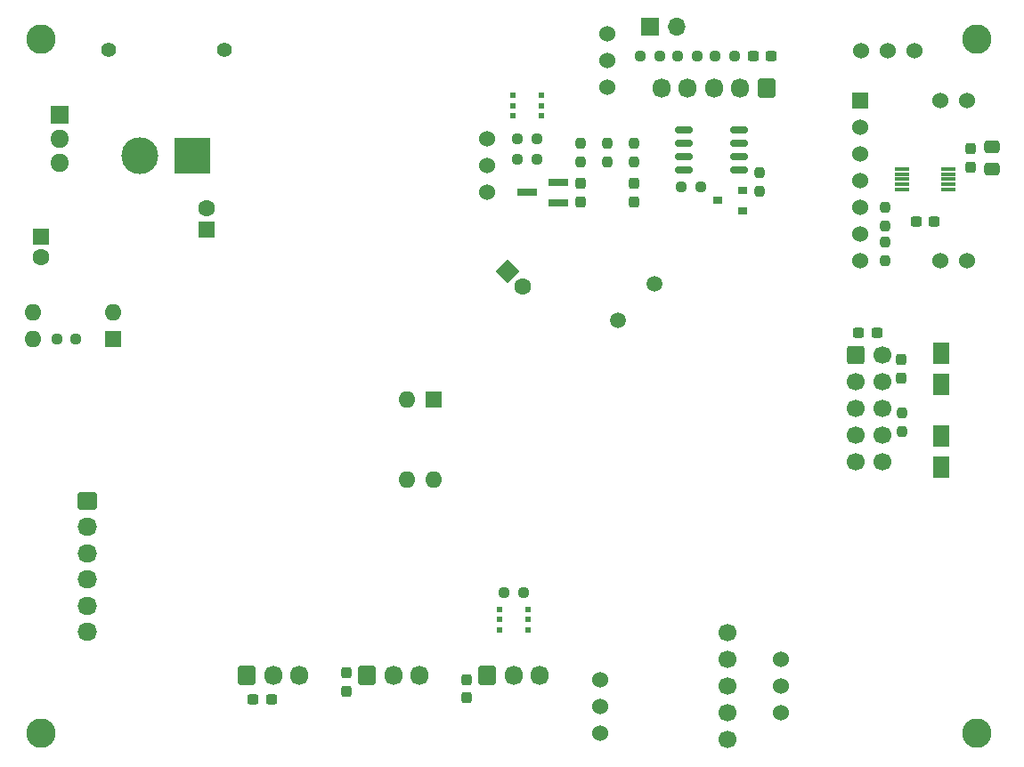
<source format=gbr>
%TF.GenerationSoftware,KiCad,Pcbnew,(6.0.7)*%
%TF.CreationDate,2023-06-24T17:20:50+09:00*%
%TF.ProjectId,motordriver,6d6f746f-7264-4726-9976-65722e6b6963,rev?*%
%TF.SameCoordinates,Original*%
%TF.FileFunction,Soldermask,Bot*%
%TF.FilePolarity,Negative*%
%FSLAX46Y46*%
G04 Gerber Fmt 4.6, Leading zero omitted, Abs format (unit mm)*
G04 Created by KiCad (PCBNEW (6.0.7)) date 2023-06-24 17:20:50*
%MOMM*%
%LPD*%
G01*
G04 APERTURE LIST*
G04 Aperture macros list*
%AMRoundRect*
0 Rectangle with rounded corners*
0 $1 Rounding radius*
0 $2 $3 $4 $5 $6 $7 $8 $9 X,Y pos of 4 corners*
0 Add a 4 corners polygon primitive as box body*
4,1,4,$2,$3,$4,$5,$6,$7,$8,$9,$2,$3,0*
0 Add four circle primitives for the rounded corners*
1,1,$1+$1,$2,$3*
1,1,$1+$1,$4,$5*
1,1,$1+$1,$6,$7*
1,1,$1+$1,$8,$9*
0 Add four rect primitives between the rounded corners*
20,1,$1+$1,$2,$3,$4,$5,0*
20,1,$1+$1,$4,$5,$6,$7,0*
20,1,$1+$1,$6,$7,$8,$9,0*
20,1,$1+$1,$8,$9,$2,$3,0*%
%AMRotRect*
0 Rectangle, with rotation*
0 The origin of the aperture is its center*
0 $1 length*
0 $2 width*
0 $3 Rotation angle, in degrees counterclockwise*
0 Add horizontal line*
21,1,$1,$2,0,0,$3*%
%AMFreePoly0*
4,1,6,1.000000,0.000000,0.500000,-0.750000,-0.500000,-0.750000,-0.500000,0.750000,0.500000,0.750000,1.000000,0.000000,1.000000,0.000000,$1*%
G04 Aperture macros list end*
%ADD10C,1.524000*%
%ADD11C,2.800000*%
%ADD12RoundRect,0.237500X-0.300000X-0.237500X0.300000X-0.237500X0.300000X0.237500X-0.300000X0.237500X0*%
%ADD13C,1.500000*%
%ADD14O,1.600000X1.600000*%
%ADD15R,1.600000X1.600000*%
%ADD16C,1.700000*%
%ADD17RoundRect,0.250000X0.600000X0.675000X-0.600000X0.675000X-0.600000X-0.675000X0.600000X-0.675000X0*%
%ADD18O,1.700000X1.850000*%
%ADD19RoundRect,0.250000X-0.600000X-0.675000X0.600000X-0.675000X0.600000X0.675000X-0.600000X0.675000X0*%
%ADD20RoundRect,0.237500X-0.250000X-0.237500X0.250000X-0.237500X0.250000X0.237500X-0.250000X0.237500X0*%
%ADD21RoundRect,0.237500X-0.237500X0.300000X-0.237500X-0.300000X0.237500X-0.300000X0.237500X0.300000X0*%
%ADD22RoundRect,0.237500X0.300000X0.237500X-0.300000X0.237500X-0.300000X-0.237500X0.300000X-0.237500X0*%
%ADD23RoundRect,0.237500X0.237500X-0.300000X0.237500X0.300000X-0.237500X0.300000X-0.237500X-0.300000X0*%
%ADD24R,1.524000X1.524000*%
%ADD25C,1.600000*%
%ADD26C,1.400000*%
%ADD27R,3.500000X3.500000*%
%ADD28C,3.500000*%
%ADD29RoundRect,0.237500X0.237500X-0.250000X0.237500X0.250000X-0.237500X0.250000X-0.237500X-0.250000X0*%
%ADD30R,1.800000X1.717500*%
%ADD31O,1.800000X1.717500*%
%ADD32RoundRect,0.250000X-0.600000X-0.600000X0.600000X-0.600000X0.600000X0.600000X-0.600000X0.600000X0*%
%ADD33R,0.575000X0.620000*%
%ADD34RotRect,1.600000X1.600000X315.000000*%
%ADD35RoundRect,0.250000X-0.675000X0.600000X-0.675000X-0.600000X0.675000X-0.600000X0.675000X0.600000X0*%
%ADD36O,1.850000X1.700000*%
%ADD37R,1.500000X1.500000*%
%ADD38FreePoly0,270.000000*%
%ADD39FreePoly0,90.000000*%
%ADD40RoundRect,0.150000X0.675000X0.150000X-0.675000X0.150000X-0.675000X-0.150000X0.675000X-0.150000X0*%
%ADD41RoundRect,0.237500X0.250000X0.237500X-0.250000X0.237500X-0.250000X-0.237500X0.250000X-0.237500X0*%
%ADD42RoundRect,0.250000X-0.475000X0.337500X-0.475000X-0.337500X0.475000X-0.337500X0.475000X0.337500X0*%
%ADD43R,0.900000X0.800000*%
%ADD44R,1.900000X0.800000*%
%ADD45RoundRect,0.237500X-0.237500X0.250000X-0.237500X-0.250000X0.237500X-0.250000X0.237500X0.250000X0*%
%ADD46R,1.700000X1.700000*%
%ADD47O,1.700000X1.700000*%
%ADD48R,1.400000X0.300000*%
G04 APERTURE END LIST*
D10*
%TO.C,SW3*%
X90170000Y-56030000D03*
X90170000Y-58570000D03*
X90170000Y-61110000D03*
%TD*%
D11*
%TO.C,REF\u002A\u002A*%
X125300000Y-122520000D03*
%TD*%
D12*
%TO.C,C16*%
X56515001Y-119380000D03*
X58240001Y-119380000D03*
%TD*%
D13*
%TO.C,Y1*%
X94696412Y-79801588D03*
X91231589Y-83266411D03*
%TD*%
D14*
%TO.C,U3*%
X35550000Y-85095000D03*
X35550000Y-82555000D03*
X43170000Y-82555000D03*
D15*
X43170000Y-85095000D03*
%TD*%
D16*
%TO.C,SW4*%
X101600000Y-115570000D03*
X101600000Y-118110000D03*
X101600000Y-120650000D03*
X101600000Y-113030000D03*
X101600000Y-123190000D03*
%TD*%
D17*
%TO.C,J3*%
X105330000Y-61220000D03*
D18*
X102830000Y-61220000D03*
X100330000Y-61220000D03*
X97830000Y-61220000D03*
X95330000Y-61220000D03*
%TD*%
D19*
%TO.C,J7*%
X55920000Y-117060000D03*
D18*
X58420000Y-117060000D03*
X60920000Y-117060000D03*
%TD*%
D20*
%TO.C,R19*%
X37822500Y-85090000D03*
X39647500Y-85090000D03*
%TD*%
D21*
%TO.C,C18*%
X65405000Y-116840001D03*
X65405000Y-118565001D03*
%TD*%
D22*
%TO.C,C7*%
X115797500Y-84455000D03*
X114072500Y-84455000D03*
%TD*%
D21*
%TO.C,C15*%
X76835000Y-117475001D03*
X76835000Y-119200001D03*
%TD*%
D10*
%TO.C,SW7*%
X114300000Y-57658000D03*
X116840000Y-57658000D03*
X119380000Y-57658000D03*
%TD*%
%TO.C,SW2*%
X89535000Y-122555000D03*
X89535000Y-120015000D03*
X89535000Y-117475000D03*
%TD*%
D23*
%TO.C,C31*%
X118110000Y-88746500D03*
X118110000Y-87021500D03*
%TD*%
D10*
%TO.C,J1*%
X121860000Y-77565000D03*
X124400000Y-62325000D03*
X124400000Y-77565000D03*
X121860000Y-62325000D03*
X114240000Y-77565000D03*
X114240000Y-69945000D03*
D24*
X114240000Y-62325000D03*
D10*
X114240000Y-72485000D03*
X114240000Y-67405000D03*
X114240000Y-64865000D03*
X114240000Y-75025000D03*
%TD*%
D11*
%TO.C,REF\u002A\u002A*%
X36300000Y-122520000D03*
%TD*%
D15*
%TO.C,U16*%
X73665000Y-90815000D03*
D14*
X71125000Y-90815000D03*
X71125000Y-98435000D03*
X73665000Y-98435000D03*
%TD*%
D15*
%TO.C,C11*%
X52070000Y-74615112D03*
D25*
X52070000Y-72615112D03*
%TD*%
D26*
%TO.C,J2*%
X53760000Y-57575000D03*
X42760000Y-57575000D03*
D27*
X50760000Y-67575000D03*
D28*
X45760000Y-67575000D03*
%TD*%
D29*
%TO.C,R56*%
X118158345Y-93889641D03*
X118158345Y-92064641D03*
%TD*%
D19*
%TO.C,J6*%
X78780000Y-117070000D03*
D18*
X81280000Y-117070000D03*
X83780000Y-117070000D03*
%TD*%
D10*
%TO.C,SW5*%
X106680000Y-115570000D03*
X106680000Y-118110000D03*
X106680000Y-120650000D03*
%TD*%
D19*
%TO.C,J8*%
X67350000Y-117100000D03*
D18*
X69850000Y-117100000D03*
X72350000Y-117100000D03*
%TD*%
D30*
%TO.C,Q2*%
X38100000Y-63749999D03*
D31*
X38100000Y-66039999D03*
X38100000Y-68329999D03*
%TD*%
D32*
%TO.C,J4*%
X113762500Y-86595000D03*
D16*
X116302500Y-86595000D03*
X113762500Y-89135000D03*
X116302500Y-89135000D03*
X113762500Y-91675000D03*
X116302500Y-91675000D03*
X113762500Y-94215000D03*
X116302500Y-94215000D03*
X113762500Y-96755000D03*
X116302500Y-96755000D03*
%TD*%
D11*
%TO.C,REF\u002A\u002A*%
X125300000Y-56520000D03*
%TD*%
D10*
%TO.C,SW1*%
X78740000Y-66040000D03*
X78740000Y-68580000D03*
X78740000Y-71120000D03*
%TD*%
D33*
%TO.C,U10*%
X79892000Y-112710000D03*
X79892000Y-111760000D03*
X79892000Y-110810000D03*
X82668000Y-110810000D03*
X82668000Y-111760000D03*
X82668000Y-112710000D03*
%TD*%
D34*
%TO.C,C17*%
X80728957Y-78648159D03*
D25*
X82143171Y-80062373D03*
%TD*%
D11*
%TO.C,REF\u002A\u002A*%
X36300000Y-56520000D03*
%TD*%
D20*
%TO.C,R40*%
X80367500Y-109220000D03*
X82192500Y-109220000D03*
%TD*%
D15*
%TO.C,C5*%
X36364633Y-75288494D03*
D25*
X36364633Y-77288494D03*
%TD*%
D35*
%TO.C,J5*%
X40750000Y-100430000D03*
D36*
X40750000Y-102930000D03*
X40750000Y-105430000D03*
X40750000Y-107930000D03*
X40750000Y-110430000D03*
X40750000Y-112930000D03*
%TD*%
D37*
%TO.C,JP3*%
X121920000Y-96958000D03*
X121920000Y-94558000D03*
D38*
X121920000Y-93758000D03*
D39*
X121920000Y-97758000D03*
%TD*%
D20*
%TO.C,R9*%
X100433500Y-58166000D03*
X102258500Y-58166000D03*
%TD*%
D29*
%TO.C,R34*%
X90170000Y-68222500D03*
X90170000Y-66397500D03*
%TD*%
D20*
%TO.C,R10*%
X96877500Y-58166000D03*
X98702500Y-58166000D03*
%TD*%
D29*
%TO.C,R1*%
X116586000Y-77620500D03*
X116586000Y-75795500D03*
%TD*%
D20*
%TO.C,R38*%
X81628067Y-67935247D03*
X83453067Y-67935247D03*
%TD*%
D33*
%TO.C,U6*%
X83937290Y-61894497D03*
X83937290Y-62844497D03*
X83937290Y-63794497D03*
X81161290Y-63794497D03*
X81161290Y-62844497D03*
X81161290Y-61894497D03*
%TD*%
D29*
%TO.C,R4*%
X104648000Y-71016500D03*
X104648000Y-69191500D03*
%TD*%
D12*
%TO.C,C3*%
X119533500Y-73914000D03*
X121258500Y-73914000D03*
%TD*%
D40*
%TO.C,U1*%
X102701000Y-65151000D03*
X102701000Y-66421000D03*
X102701000Y-67691000D03*
X102701000Y-68961000D03*
X97451000Y-68961000D03*
X97451000Y-67691000D03*
X97451000Y-66421000D03*
X97451000Y-65151000D03*
%TD*%
D20*
%TO.C,R8*%
X93321500Y-58166000D03*
X95146500Y-58166000D03*
%TD*%
D37*
%TO.C,JP2*%
X121920000Y-89084000D03*
X121920000Y-86684000D03*
D38*
X121920000Y-85884000D03*
D39*
X121920000Y-89884000D03*
%TD*%
D29*
%TO.C,R33*%
X87630000Y-68222500D03*
X87630000Y-66397500D03*
%TD*%
D21*
%TO.C,C12*%
X87630000Y-70257500D03*
X87630000Y-71982500D03*
%TD*%
D41*
%TO.C,R6*%
X99060000Y-70612000D03*
X97235000Y-70612000D03*
%TD*%
D42*
%TO.C,C1*%
X126746000Y-66780500D03*
X126746000Y-68855500D03*
%TD*%
D43*
%TO.C,Q1*%
X103054000Y-70932000D03*
X103054000Y-72832000D03*
X100654000Y-71882000D03*
%TD*%
D44*
%TO.C,Q6*%
X85550000Y-70170000D03*
X85550000Y-72070000D03*
X82550000Y-71120000D03*
%TD*%
D29*
%TO.C,R2*%
X116586000Y-74318500D03*
X116586000Y-72493500D03*
%TD*%
D21*
%TO.C,C2*%
X124714000Y-66955500D03*
X124714000Y-68680500D03*
%TD*%
D45*
%TO.C,R28*%
X92710000Y-66397500D03*
X92710000Y-68222500D03*
%TD*%
D46*
%TO.C,JP1*%
X94229000Y-55372000D03*
D47*
X96769000Y-55372000D03*
%TD*%
D41*
%TO.C,R37*%
X83462500Y-66040000D03*
X81637500Y-66040000D03*
%TD*%
D48*
%TO.C,U2*%
X118196000Y-70850000D03*
X118196000Y-70350000D03*
X118196000Y-69850000D03*
X118196000Y-69350000D03*
X118196000Y-68850000D03*
X122596000Y-68850000D03*
X122596000Y-69350000D03*
X122596000Y-69850000D03*
X122596000Y-70350000D03*
X122596000Y-70850000D03*
%TD*%
D23*
%TO.C,C13*%
X92710000Y-71982500D03*
X92710000Y-70257500D03*
%TD*%
D12*
%TO.C,C4*%
X104039500Y-58166000D03*
X105764500Y-58166000D03*
%TD*%
M02*

</source>
